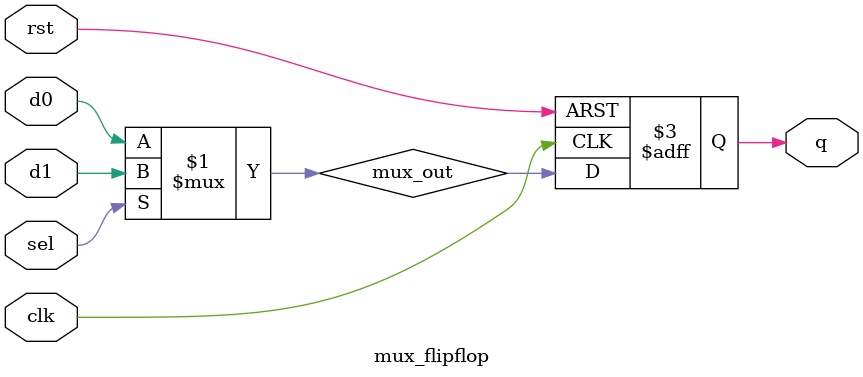
<source format=v>
module mux_flipflop (
    input wire clk,
    input wire rst,
    input wire sel,
    input wire d0,
    input wire d1,
    output reg q
);

wire mux_out;

assign mux_out = sel ? d1 : d0; // Multiplexer

always @(posedge clk or posedge rst) begin
    if (rst)
        q <= 0;
    else
        q <= mux_out;
end

endmodule

</source>
